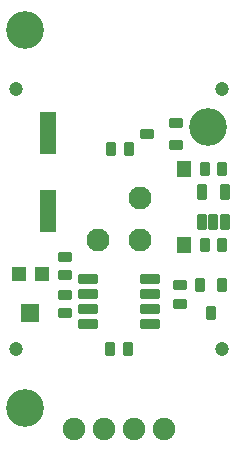
<source format=gbr>
%TF.GenerationSoftware,KiCad,Pcbnew,(6.0.2)*%
%TF.CreationDate,2022-05-16T11:26:32+02:00*%
%TF.ProjectId,Pir_movement_sensor,5069725f-6d6f-4766-956d-656e745f7365,rev?*%
%TF.SameCoordinates,PX55d4a80PY7bfa480*%
%TF.FileFunction,Soldermask,Top*%
%TF.FilePolarity,Negative*%
%FSLAX46Y46*%
G04 Gerber Fmt 4.6, Leading zero omitted, Abs format (unit mm)*
G04 Created by KiCad (PCBNEW (6.0.2)) date 2022-05-16 11:26:32*
%MOMM*%
%LPD*%
G01*
G04 APERTURE LIST*
G04 Aperture macros list*
%AMRoundRect*
0 Rectangle with rounded corners*
0 $1 Rounding radius*
0 $2 $3 $4 $5 $6 $7 $8 $9 X,Y pos of 4 corners*
0 Add a 4 corners polygon primitive as box body*
4,1,4,$2,$3,$4,$5,$6,$7,$8,$9,$2,$3,0*
0 Add four circle primitives for the rounded corners*
1,1,$1+$1,$2,$3*
1,1,$1+$1,$4,$5*
1,1,$1+$1,$6,$7*
1,1,$1+$1,$8,$9*
0 Add four rect primitives between the rounded corners*
20,1,$1+$1,$2,$3,$4,$5,0*
20,1,$1+$1,$4,$5,$6,$7,0*
20,1,$1+$1,$6,$7,$8,$9,0*
20,1,$1+$1,$8,$9,$2,$3,0*%
G04 Aperture macros list end*
%ADD10C,1.200000*%
%ADD11C,3.200000*%
%ADD12RoundRect,0.100000X0.500000X0.320000X-0.500000X0.320000X-0.500000X-0.320000X0.500000X-0.320000X0*%
%ADD13RoundRect,0.100000X0.330000X0.500000X-0.330000X0.500000X-0.330000X-0.500000X0.330000X-0.500000X0*%
%ADD14RoundRect,0.100000X-0.330000X-0.500000X0.330000X-0.500000X0.330000X0.500000X-0.330000X0.500000X0*%
%ADD15RoundRect,0.100000X-0.500000X0.300000X-0.500000X-0.300000X0.500000X-0.300000X0.500000X0.300000X0*%
%ADD16RoundRect,0.100000X0.600000X1.700000X-0.600000X1.700000X-0.600000X-1.700000X0.600000X-1.700000X0*%
%ADD17RoundRect,0.100000X0.775000X0.300000X-0.775000X0.300000X-0.775000X-0.300000X0.775000X-0.300000X0*%
%ADD18RoundRect,0.100000X-0.320000X0.500000X-0.320000X-0.500000X0.320000X-0.500000X0.320000X0.500000X0*%
%ADD19RoundRect,0.100000X-0.500000X-0.320000X0.500000X-0.320000X0.500000X0.320000X-0.500000X0.320000X0*%
%ADD20C,1.900000*%
%ADD21RoundRect,0.100000X0.300000X-0.550000X0.300000X0.550000X-0.300000X0.550000X-0.300000X-0.550000X0*%
%ADD22RoundRect,0.100000X0.500000X-0.250000X0.500000X0.250000X-0.500000X0.250000X-0.500000X-0.250000X0*%
%ADD23RoundRect,0.100000X0.500000X-0.330000X0.500000X0.330000X-0.500000X0.330000X-0.500000X-0.330000X0*%
%ADD24R,1.200000X1.200000*%
%ADD25R,1.600000X1.500000*%
%ADD26RoundRect,0.100000X-0.300000X-0.500000X0.300000X-0.500000X0.300000X0.500000X-0.300000X0.500000X0*%
%ADD27C,1.950000*%
G04 APERTURE END LIST*
D10*
%TO.C,HOLE_L2*%
X2250000Y30000000D03*
%TD*%
D11*
%TO.C,FD1*%
X18500000Y26800000D03*
%TD*%
D12*
%TO.C,R2*%
X16200000Y11825000D03*
X16200000Y13375000D03*
%TD*%
D13*
%TO.C,C2*%
X19730000Y23200000D03*
X18270000Y23200000D03*
%TD*%
D10*
%TO.C,HOLE_L1*%
X2250000Y8000000D03*
%TD*%
D14*
%TO.C,C3*%
X10270000Y8000000D03*
X11730000Y8000000D03*
%TD*%
D15*
%TO.C,Q2*%
X15800000Y25250000D03*
X15800000Y27150000D03*
X13400000Y26200000D03*
%TD*%
D16*
%TO.C,C5*%
X5000000Y19700000D03*
X5000000Y26300000D03*
%TD*%
D10*
%TO.C,HOLE_L3*%
X19750000Y30000000D03*
%TD*%
D11*
%TO.C,H2*%
X3000000Y35000000D03*
%TD*%
D13*
%TO.C,C1*%
X19730000Y16800000D03*
X18270000Y16800000D03*
%TD*%
D17*
%TO.C,U3*%
X13600000Y10095000D03*
X13600000Y11365000D03*
X13600000Y12635000D03*
X13600000Y13905000D03*
X8400000Y13905000D03*
X8400000Y12635000D03*
X8400000Y11365000D03*
X8400000Y10095000D03*
%TD*%
D18*
%TO.C,R4*%
X11875000Y24900000D03*
X10325000Y24900000D03*
%TD*%
D19*
%TO.C,R3*%
X6400000Y12575000D03*
X6400000Y11025000D03*
%TD*%
D20*
%TO.C,K1*%
X14810000Y1200000D03*
X12270000Y1200000D03*
X9730000Y1200000D03*
X7190000Y1200000D03*
%TD*%
D21*
%TO.C,U2*%
X18050000Y18700000D03*
X19000000Y18700000D03*
X19950000Y18700000D03*
X19950000Y21300000D03*
X18050000Y21300000D03*
%TD*%
D22*
%TO.C,JP2*%
X16500000Y22850000D03*
X16500000Y23550000D03*
%TD*%
D11*
%TO.C,H1*%
X3000000Y3000000D03*
%TD*%
D23*
%TO.C,C4*%
X6400000Y14270000D03*
X6400000Y15730000D03*
%TD*%
D24*
%TO.C,R1*%
X4500000Y14300000D03*
D25*
X3500000Y11050000D03*
D24*
X2500000Y14300000D03*
%TD*%
D10*
%TO.C,HOLE_L4*%
X19750000Y8000000D03*
%TD*%
D26*
%TO.C,Q1*%
X19750000Y13400000D03*
X17850000Y13400000D03*
X18800000Y11000000D03*
%TD*%
D22*
%TO.C,JP1*%
X16500000Y16450000D03*
X16500000Y17150000D03*
%TD*%
D27*
%TO.C,U1*%
X12796051Y20796051D03*
X12796051Y17203949D03*
X9203949Y17203949D03*
%TD*%
M02*

</source>
